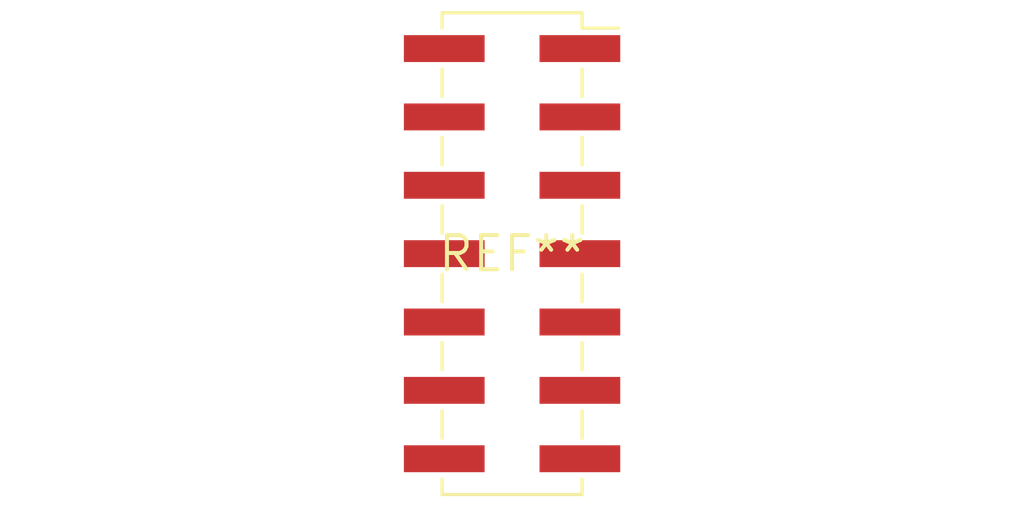
<source format=kicad_pcb>
(kicad_pcb (version 20240108) (generator pcbnew)
  (layers (0 "F.Cu" signal) (31 "B.Cu" signal) (34 "B.Paste" user) (35 "F.Paste" user) (36 "B.SilkS" user "B.Silkscreen") (37 "F.SilkS" user "F.Silkscreen") (38 "B.Mask" user) (39 "F.Mask" user) (44 "Edge.Cuts" user))
  (net 0 "")
  (footprint "PinSocket_2x07_P2.54mm_Vertical_SMD" (layer "F.Cu") (at 0 0)
    (property "Reference" "REF**")
    (property "Value" "PinSocket_2x07_P2.54mm_Vertical_SMD")
    (fp_line (start -2.6 -8.95) (end -2.6 -8.38) (layer "F.SilkS") (stroke (width 0.12)))
    (fp_line (start -2.6 -8.95) (end 2.6 -8.95) (layer "F.SilkS") (stroke (width 0.12)))
    (fp_line (start -2.6 -6.86) (end -2.6 -5.84) (layer "F.SilkS") (stroke (width 0.12)))
    (fp_line (start -2.6 -4.32) (end -2.6 -3.3) (layer "F.SilkS") (stroke (width 0.12)))
    (fp_line (start -2.6 -1.78) (end -2.6 -0.76) (layer "F.SilkS") (stroke (width 0.12)))
    (fp_line (start -2.6 0.76) (end -2.6 1.78) (layer "F.SilkS") (stroke (width 0.12)))
    (fp_line (start -2.6 3.3) (end -2.6 4.32) (layer "F.SilkS") (stroke (width 0.12)))
    (fp_line (start -2.6 5.84) (end -2.6 6.86) (layer "F.SilkS") (stroke (width 0.12)))
    (fp_line (start -2.6 8.38) (end -2.6 8.95) (layer "F.SilkS") (stroke (width 0.12)))
    (fp_line (start -2.6 8.95) (end 2.6 8.95) (layer "F.SilkS") (stroke (width 0.12)))
    (fp_line (start 2.6 -8.95) (end 2.6 -8.38) (layer "F.SilkS") (stroke (width 0.12)))
    (fp_line (start 2.6 -8.38) (end 3.96 -8.38) (layer "F.SilkS") (stroke (width 0.12)))
    (fp_line (start 2.6 -6.86) (end 2.6 -5.84) (layer "F.SilkS") (stroke (width 0.12)))
    (fp_line (start 2.6 -4.32) (end 2.6 -3.3) (layer "F.SilkS") (stroke (width 0.12)))
    (fp_line (start 2.6 -1.78) (end 2.6 -0.76) (layer "F.SilkS") (stroke (width 0.12)))
    (fp_line (start 2.6 0.76) (end 2.6 1.78) (layer "F.SilkS") (stroke (width 0.12)))
    (fp_line (start 2.6 3.3) (end 2.6 4.32) (layer "F.SilkS") (stroke (width 0.12)))
    (fp_line (start 2.6 5.84) (end 2.6 6.86) (layer "F.SilkS") (stroke (width 0.12)))
    (fp_line (start 2.6 8.38) (end 2.6 8.95) (layer "F.SilkS") (stroke (width 0.12)))
    (pad "1" smd rect (at 2.52 -7.62) (size 3 1) (layers "F.Cu" "F.Paste" "F.Mask"))
    (pad "2" smd rect (at -2.52 -7.62) (size 3 1) (layers "F.Cu" "F.Paste" "F.Mask"))
    (pad "3" smd rect (at 2.52 -5.08) (size 3 1) (layers "F.Cu" "F.Paste" "F.Mask"))
    (pad "4" smd rect (at -2.52 -5.08) (size 3 1) (layers "F.Cu" "F.Paste" "F.Mask"))
    (pad "5" smd rect (at 2.52 -2.54) (size 3 1) (layers "F.Cu" "F.Paste" "F.Mask"))
    (pad "6" smd rect (at -2.52 -2.54) (size 3 1) (layers "F.Cu" "F.Paste" "F.Mask"))
    (pad "7" smd rect (at 2.52 0) (size 3 1) (layers "F.Cu" "F.Paste" "F.Mask"))
    (pad "8" smd rect (at -2.52 0) (size 3 1) (layers "F.Cu" "F.Paste" "F.Mask"))
    (pad "9" smd rect (at 2.52 2.54) (size 3 1) (layers "F.Cu" "F.Paste" "F.Mask"))
    (pad "10" smd rect (at -2.52 2.54) (size 3 1) (layers "F.Cu" "F.Paste" "F.Mask"))
    (pad "11" smd rect (at 2.52 5.08) (size 3 1) (layers "F.Cu" "F.Paste" "F.Mask"))
    (pad "12" smd rect (at -2.52 5.08) (size 3 1) (layers "F.Cu" "F.Paste" "F.Mask"))
    (pad "13" smd rect (at 2.52 7.62) (size 3 1) (layers "F.Cu" "F.Paste" "F.Mask"))
    (pad "14" smd rect (at -2.52 7.62) (size 3 1) (layers "F.Cu" "F.Paste" "F.Mask"))
  )
)
</source>
